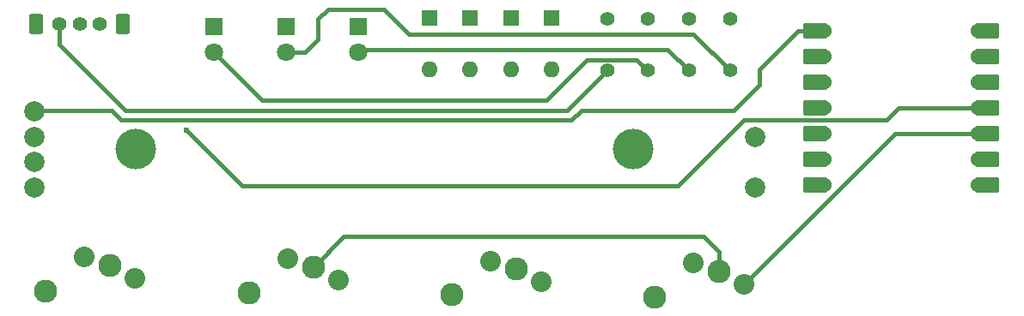
<source format=gtl>
%TF.GenerationSoftware,KiCad,Pcbnew,9.0.4-1.fc42app3*%
%TF.CreationDate,2025-10-17T06:38:31+02:00*%
%TF.ProjectId,ccc_macropad,6363635f-6d61-4637-926f-7061642e6b69,rev?*%
%TF.SameCoordinates,Original*%
%TF.FileFunction,Copper,L1,Top*%
%TF.FilePolarity,Positive*%
%FSLAX46Y46*%
G04 Gerber Fmt 4.6, Leading zero omitted, Abs format (unit mm)*
G04 Created by KiCad (PCBNEW 9.0.4-1.fc42app3) date 2025-10-17 06:38:31*
%MOMM*%
%LPD*%
G01*
G04 APERTURE LIST*
G04 Aperture macros list*
%AMRoundRect*
0 Rectangle with rounded corners*
0 $1 Rounding radius*
0 $2 $3 $4 $5 $6 $7 $8 $9 X,Y pos of 4 corners*
0 Add a 4 corners polygon primitive as box body*
4,1,4,$2,$3,$4,$5,$6,$7,$8,$9,$2,$3,0*
0 Add four circle primitives for the rounded corners*
1,1,$1+$1,$2,$3*
1,1,$1+$1,$4,$5*
1,1,$1+$1,$6,$7*
1,1,$1+$1,$8,$9*
0 Add four rect primitives between the rounded corners*
20,1,$1+$1,$2,$3,$4,$5,0*
20,1,$1+$1,$4,$5,$6,$7,0*
20,1,$1+$1,$6,$7,$8,$9,0*
20,1,$1+$1,$8,$9,$2,$3,0*%
G04 Aperture macros list end*
%TA.AperFunction,ComponentPad*%
%ADD10R,1.800000X1.800000*%
%TD*%
%TA.AperFunction,ComponentPad*%
%ADD11C,1.800000*%
%TD*%
%TA.AperFunction,ComponentPad*%
%ADD12C,2.286000*%
%TD*%
%TA.AperFunction,ComponentPad*%
%ADD13C,2.032000*%
%TD*%
%TA.AperFunction,ComponentPad*%
%ADD14C,1.400000*%
%TD*%
%TA.AperFunction,ComponentPad*%
%ADD15C,2.000000*%
%TD*%
%TA.AperFunction,ComponentPad*%
%ADD16C,4.000000*%
%TD*%
%TA.AperFunction,SMDPad,CuDef*%
%ADD17RoundRect,0.152400X1.063600X0.609600X-1.063600X0.609600X-1.063600X-0.609600X1.063600X-0.609600X0*%
%TD*%
%TA.AperFunction,ComponentPad*%
%ADD18C,1.524000*%
%TD*%
%TA.AperFunction,SMDPad,CuDef*%
%ADD19RoundRect,0.152400X-1.063600X-0.609600X1.063600X-0.609600X1.063600X0.609600X-1.063600X0.609600X0*%
%TD*%
%TA.AperFunction,ComponentPad*%
%ADD20O,1.600000X1.600000*%
%TD*%
%TA.AperFunction,ComponentPad*%
%ADD21R,1.600000X1.600000*%
%TD*%
%TA.AperFunction,ComponentPad*%
%ADD22RoundRect,0.250000X-0.450000X-0.750000X0.450000X-0.750000X0.450000X0.750000X-0.450000X0.750000X0*%
%TD*%
%TA.AperFunction,ViaPad*%
%ADD23C,0.600000*%
%TD*%
%TA.AperFunction,Conductor*%
%ADD24C,0.400000*%
%TD*%
G04 APERTURE END LIST*
D10*
%TO.P,D8 LED,1,K*%
%TO.N,GND*%
X146500000Y-40730000D03*
D11*
%TO.P,D8 LED,2,A*%
%TO.N,Net-(D8-A)*%
X146500000Y-43270000D03*
%TD*%
D12*
%TO.P,SW1,2,2*%
%TO.N,Net-(D7-A)*%
X115680000Y-66860000D03*
%TO.P,SW1,1,1*%
%TO.N,Net-(U2-GPIO2{slash}SCK)*%
X122030000Y-64320000D03*
D13*
X124490000Y-65600000D03*
%TO.P,SW1,2,2*%
%TO.N,Net-(D7-A)*%
X119490000Y-63500000D03*
%TD*%
D12*
%TO.P,SW5,2,2*%
%TO.N,Net-(D2-A)*%
X175690000Y-67460000D03*
%TO.P,SW5,1,1*%
%TO.N,Net-(U2-GPIO4{slash}MISO)*%
X182040000Y-64920000D03*
D13*
X184500000Y-66200000D03*
%TO.P,SW5,2,2*%
%TO.N,Net-(D2-A)*%
X179500000Y-64100000D03*
%TD*%
D14*
%TO.P,100R,1*%
%TO.N,Net-(D8-A)*%
X179050000Y-45080000D03*
%TO.P,100R,2*%
%TO.N,Net-(U2-GPIO28{slash}ADC2{slash}A2)*%
X179050000Y-40000000D03*
%TD*%
%TO.P,100R,1*%
%TO.N,Net-(D9-A)*%
X183100000Y-45080000D03*
%TO.P,100R,2*%
%TO.N,Net-(U2-GPIO27{slash}ADC1{slash}A1)*%
X183100000Y-40000000D03*
%TD*%
D12*
%TO.P,SW4,2,2*%
%TO.N,Net-(D1-A)*%
X155686667Y-67260000D03*
%TO.P,SW4,1,1*%
%TO.N,Net-(U2-GPIO2{slash}SCK)*%
X162036667Y-64720000D03*
D13*
X164496667Y-66000000D03*
%TO.P,SW4,2,2*%
%TO.N,Net-(D1-A)*%
X159496667Y-63900000D03*
%TD*%
D15*
%TO.P,RV1,1,1*%
%TO.N,GND*%
X114560000Y-51625000D03*
%TO.P,RV1,1'*%
%TO.N,N/C*%
X114560000Y-56625000D03*
%TO.P,RV1,2,2*%
%TO.N,Net-(U2-GPIO26{slash}ADC0{slash}A0)*%
X114560000Y-49125000D03*
%TO.P,RV1,2'*%
%TO.N,N/C*%
X114560000Y-54125000D03*
%TO.P,RV1,3,3*%
%TO.N,Net-(U2-3V3)*%
X185560000Y-51625000D03*
%TO.P,RV1,3'*%
%TO.N,N/C*%
X185560000Y-56625000D03*
D16*
%TO.P,RV1,MP*%
X124560000Y-52875000D03*
X173560000Y-52875000D03*
%TD*%
D17*
%TO.P,U2,1,GPIO26/ADC0/A0*%
%TO.N,Net-(U2-GPIO26{slash}ADC0{slash}A0)*%
X191545000Y-41148500D03*
D18*
X192380000Y-41148500D03*
D17*
%TO.P,U2,2,GPIO27/ADC1/A1*%
%TO.N,Net-(U2-GPIO27{slash}ADC1{slash}A1)*%
X191545000Y-43688500D03*
D18*
X192380000Y-43688500D03*
D17*
%TO.P,U2,3,GPIO28/ADC2/A2*%
%TO.N,Net-(U2-GPIO28{slash}ADC2{slash}A2)*%
X191545000Y-46228500D03*
D18*
X192380000Y-46228500D03*
D17*
%TO.P,U2,4,GPIO29/ADC3/A3*%
%TO.N,Net-(U2-GPIO29{slash}ADC3{slash}A3)*%
X191545000Y-48768500D03*
D18*
X192380000Y-48768500D03*
D17*
%TO.P,U2,5,GPIO6/SDA*%
%TO.N,unconnected-(U2-GPIO6{slash}SDA-Pad5)_1*%
X191545000Y-51308500D03*
D18*
X192380000Y-51308500D03*
D17*
%TO.P,U2,6,GPIO7/SCL*%
%TO.N,unconnected-(U2-GPIO7{slash}SCL-Pad6)_1*%
X191545000Y-53848500D03*
D18*
X192380000Y-53848500D03*
D17*
%TO.P,U2,7,GPIO0/TX*%
%TO.N,Net-(D3-K)*%
X191545000Y-56388500D03*
D18*
X192380000Y-56388500D03*
%TO.P,U2,8,GPIO1/RX*%
%TO.N,Net-(D1-K)*%
X207620000Y-56388500D03*
D19*
X208455000Y-56388500D03*
D18*
%TO.P,U2,9,GPIO2/SCK*%
%TO.N,Net-(U2-GPIO2{slash}SCK)*%
X207620000Y-53848500D03*
D19*
X208455000Y-53848500D03*
D18*
%TO.P,U2,10,GPIO4/MISO*%
%TO.N,Net-(U2-GPIO4{slash}MISO)*%
X207620000Y-51308500D03*
D19*
X208455000Y-51308500D03*
D18*
%TO.P,U2,11,GPIO3/MOSI*%
%TO.N,Net-(SW3-B)*%
X207620000Y-48768500D03*
D19*
X208455000Y-48768500D03*
D18*
%TO.P,U2,12,3V3*%
%TO.N,Net-(U2-3V3)*%
X207620000Y-46228500D03*
D19*
X208455000Y-46228500D03*
D18*
%TO.P,U2,13,GND*%
%TO.N,GND*%
X207620000Y-43688500D03*
D19*
X208455000Y-43688500D03*
D18*
%TO.P,U2,14,VBUS*%
%TO.N,unconnected-(U2-VBUS-Pad14)*%
X207620000Y-41148500D03*
D19*
X208455000Y-41148500D03*
%TD*%
D20*
%TO.P,D2,2,A*%
%TO.N,Net-(D2-A)*%
X165500000Y-45000000D03*
D21*
%TO.P,D2,1,K*%
%TO.N,Net-(D1-K)*%
X165500000Y-39920000D03*
%TD*%
D14*
%TO.P,SW3,1,C*%
%TO.N,Net-(SW3-C)*%
X117000000Y-40500000D03*
%TO.P,SW3,2,B*%
%TO.N,Net-(SW3-B)*%
X119000000Y-40500000D03*
%TO.P,SW3,3,A*%
%TO.N,GND*%
X121000000Y-40500000D03*
D22*
%TO.P,SW3,MH*%
%TO.N,N/C*%
X114700000Y-40500000D03*
X123300000Y-40500000D03*
%TD*%
D10*
%TO.P,D9 LED,1,K*%
%TO.N,GND*%
X139365000Y-40730000D03*
D11*
%TO.P,D9 LED,2,A*%
%TO.N,Net-(D9-A)*%
X139365000Y-43270000D03*
%TD*%
D14*
%TO.P,100R,1*%
%TO.N,Net-(D6-A)*%
X175000000Y-45080000D03*
%TO.P,100R,2*%
%TO.N,Net-(U2-GPIO29{slash}ADC3{slash}A3)*%
X175000000Y-40000000D03*
%TD*%
%TO.P,10k,1*%
%TO.N,Net-(SW3-C)*%
X171000000Y-45040000D03*
%TO.P,10k,2*%
%TO.N,Net-(U2-3V3)*%
X171000000Y-39960000D03*
%TD*%
D10*
%TO.P,D6 LED,1,K*%
%TO.N,GND*%
X132230000Y-40730000D03*
D11*
%TO.P,D6 LED,2,A*%
%TO.N,Net-(D6-A)*%
X132230000Y-43270000D03*
%TD*%
D20*
%TO.P,D1,2,A*%
%TO.N,Net-(D1-A)*%
X161500000Y-45000000D03*
D21*
%TO.P,D1,1,K*%
%TO.N,Net-(D1-K)*%
X161500000Y-39920000D03*
%TD*%
D12*
%TO.P,SW2,2,2*%
%TO.N,Net-(D3-A)*%
X135683333Y-67060000D03*
%TO.P,SW2,1,1*%
%TO.N,Net-(U2-GPIO4{slash}MISO)*%
X142033333Y-64520000D03*
D13*
X144493333Y-65800000D03*
%TO.P,SW2,2,2*%
%TO.N,Net-(D3-A)*%
X139493333Y-63700000D03*
%TD*%
D20*
%TO.P,D3,2,A*%
%TO.N,Net-(D3-A)*%
X157500000Y-45000000D03*
D21*
%TO.P,D3,1,K*%
%TO.N,Net-(D3-K)*%
X157500000Y-39920000D03*
%TD*%
D20*
%TO.P,D7,2,A*%
%TO.N,Net-(D7-A)*%
X153500000Y-45000000D03*
D21*
%TO.P,D7,1,K*%
%TO.N,Net-(D3-K)*%
X153500000Y-39920000D03*
%TD*%
D23*
%TO.N,Net-(SW3-B)*%
X129500000Y-51000000D03*
%TD*%
D24*
%TO.N,Net-(D6-A)*%
X169000000Y-44000000D02*
X165000000Y-48000000D01*
X165000000Y-48000000D02*
X136960000Y-48000000D01*
X173920000Y-44000000D02*
X169000000Y-44000000D01*
X136960000Y-48000000D02*
X132230000Y-43270000D01*
X175000000Y-45080000D02*
X173920000Y-44000000D01*
%TO.N,Net-(D8-A)*%
X146500000Y-43270000D02*
X146770000Y-43000000D01*
X176970000Y-43000000D02*
X179050000Y-45080000D01*
X146770000Y-43000000D02*
X176970000Y-43000000D01*
%TO.N,Net-(D9-A)*%
X143500000Y-39000000D02*
X142500000Y-40000000D01*
X179520000Y-41500000D02*
X183100000Y-45080000D01*
X151500000Y-41500000D02*
X149000000Y-39000000D01*
X149000000Y-39000000D02*
X143500000Y-39000000D01*
X142500000Y-42000000D02*
X141230000Y-43270000D01*
X142500000Y-40000000D02*
X142500000Y-42000000D01*
X141230000Y-43270000D02*
X139365000Y-43270000D01*
X151500000Y-41500000D02*
X179520000Y-41500000D01*
%TO.N,Net-(SW3-C)*%
X167040000Y-49000000D02*
X171000000Y-45040000D01*
X123500000Y-49000000D02*
X167040000Y-49000000D01*
X117000000Y-42500000D02*
X123500000Y-49000000D01*
X117000000Y-40500000D02*
X117000000Y-42500000D01*
%TO.N,Net-(SW3-B)*%
X184500000Y-50000000D02*
X198500000Y-50000000D01*
X178000000Y-56500000D02*
X184500000Y-50000000D01*
X135000000Y-56500000D02*
X178000000Y-56500000D01*
X198500000Y-50000000D02*
X199731500Y-48768500D01*
X199731500Y-48768500D02*
X207620000Y-48768500D01*
X129500000Y-51000000D02*
X135000000Y-56500000D01*
%TO.N,Net-(U2-GPIO26{slash}ADC0{slash}A0)*%
X186000000Y-46500000D02*
X183500000Y-49000000D01*
X192380000Y-41148500D02*
X189851500Y-41148500D01*
X114685000Y-49000000D02*
X114560000Y-49125000D01*
X167500000Y-50000000D02*
X123126648Y-50000000D01*
X189851500Y-41148500D02*
X186000000Y-45000000D01*
X122126648Y-49000000D02*
X114685000Y-49000000D01*
X183500000Y-49000000D02*
X168500000Y-49000000D01*
X123126648Y-50000000D02*
X122126648Y-49000000D01*
X168500000Y-49000000D02*
X167500000Y-50000000D01*
X186000000Y-45000000D02*
X186000000Y-46500000D01*
%TO.N,Net-(U2-GPIO4{slash}MISO)*%
X184500000Y-66200000D02*
X199391500Y-51308500D01*
X145053333Y-61500000D02*
X180500000Y-61500000D01*
X180500000Y-61500000D02*
X182040000Y-63040000D01*
X142033333Y-64520000D02*
X145053333Y-61500000D01*
X182040000Y-63040000D02*
X182040000Y-64920000D01*
X199391500Y-51308500D02*
X207620000Y-51308500D01*
%TD*%
M02*

</source>
